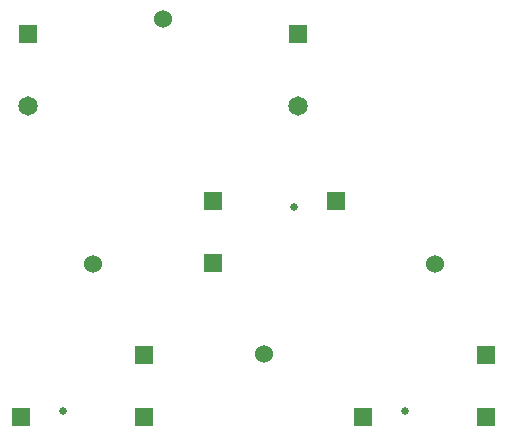
<source format=gbr>
%TF.GenerationSoftware,Altium Limited,Altium Designer,22.7.1 (60)*%
G04 Layer_Color=16711935*
%FSLAX43Y43*%
%MOMM*%
%TF.SameCoordinates,798C7C01-C923-4F4B-AA1E-7D7C4C9A7158*%
%TF.FilePolarity,Negative*%
%TF.FileFunction,Soldermask,Bot*%
%TF.Part,CustomerPanel*%
G01*
G75*
%TA.AperFunction,ComponentPad*%
%ADD16R,1.500X1.500*%
%TA.AperFunction,ViaPad*%
%ADD17C,1.524*%
%ADD18C,0.650*%
%TA.AperFunction,ComponentPad*%
%ADD19R,1.500X1.500*%
%ADD20C,1.650*%
D16*
X9159Y9413D02*
D03*
X19573Y14620D02*
D03*
Y9413D02*
D03*
X35814Y27661D02*
D03*
X25400Y22454D02*
D03*
Y27661D02*
D03*
D17*
X15255Y22367D02*
D03*
X29718Y14707D02*
D03*
X21224Y43053D02*
D03*
X44205Y22352D02*
D03*
D18*
X12715Y9921D02*
D03*
X32258Y27153D02*
D03*
X41665Y9906D02*
D03*
D19*
X32654Y41783D02*
D03*
X9794D02*
D03*
X38109Y9398D02*
D03*
X48523Y14605D02*
D03*
Y9398D02*
D03*
D20*
X32654Y35687D02*
D03*
X9794D02*
D03*
%TF.MD5,a0f27d7d82defca51e173d2582165846*%
M02*

</source>
